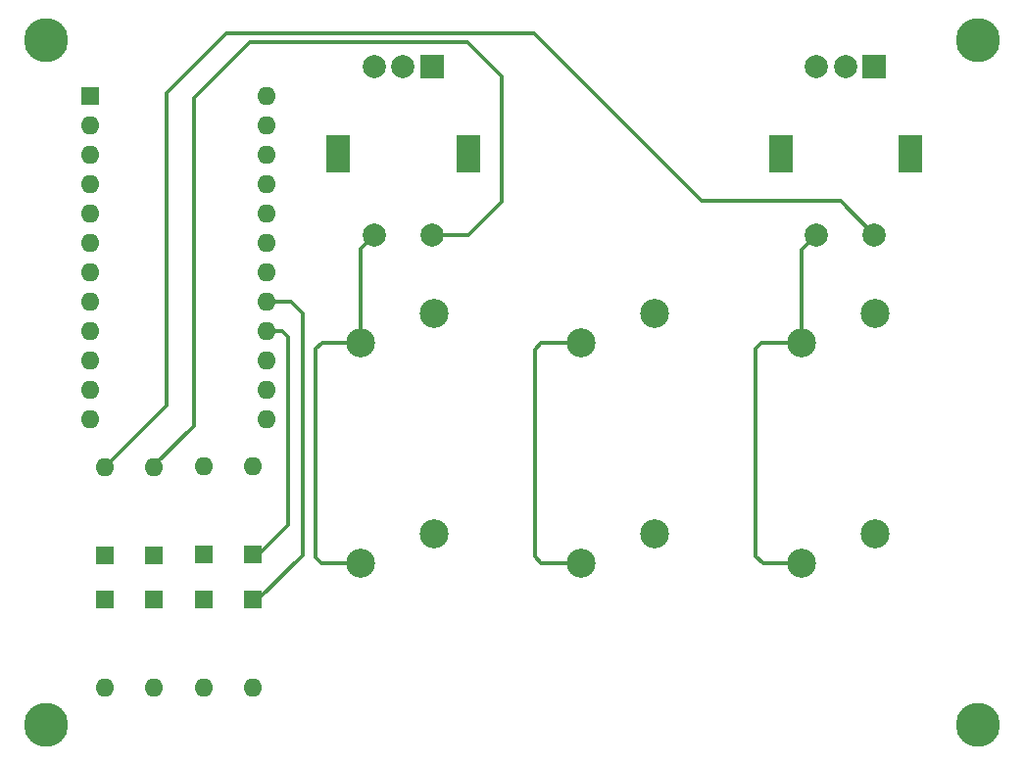
<source format=gbr>
%TF.GenerationSoftware,KiCad,Pcbnew,6.0.11-2627ca5db0~126~ubuntu22.04.1*%
%TF.CreationDate,2023-02-27T14:07:39+07:00*%
%TF.ProjectId,macro,6d616372-6f2e-46b6-9963-61645f706362,rev?*%
%TF.SameCoordinates,Original*%
%TF.FileFunction,Copper,L1,Top*%
%TF.FilePolarity,Positive*%
%FSLAX46Y46*%
G04 Gerber Fmt 4.6, Leading zero omitted, Abs format (unit mm)*
G04 Created by KiCad (PCBNEW 6.0.11-2627ca5db0~126~ubuntu22.04.1) date 2023-02-27 14:07:39*
%MOMM*%
%LPD*%
G01*
G04 APERTURE LIST*
%TA.AperFunction,ComponentPad*%
%ADD10C,2.500000*%
%TD*%
%TA.AperFunction,ComponentPad*%
%ADD11R,1.600000X1.600000*%
%TD*%
%TA.AperFunction,ComponentPad*%
%ADD12O,1.600000X1.600000*%
%TD*%
%TA.AperFunction,ComponentPad*%
%ADD13R,2.000000X2.000000*%
%TD*%
%TA.AperFunction,ComponentPad*%
%ADD14C,2.000000*%
%TD*%
%TA.AperFunction,ComponentPad*%
%ADD15R,2.000000X3.200000*%
%TD*%
%TA.AperFunction,ComponentPad*%
%ADD16C,3.800000*%
%TD*%
%TA.AperFunction,Conductor*%
%ADD17C,0.300000*%
%TD*%
G04 APERTURE END LIST*
D10*
%TO.P,K6,1*%
%TO.N,col2*%
X119165000Y-130885000D03*
%TO.P,K6,2*%
%TO.N,Net-(D6-Pad2)*%
X125515000Y-128345000D03*
%TD*%
D11*
%TO.P,D1,1,K*%
%TO.N,row1*%
X67500000Y-130160000D03*
D12*
%TO.P,D1,2,A*%
%TO.N,Net-(D1-Pad2)*%
X67500000Y-122540000D03*
%TD*%
D11*
%TO.P,U1,1,TX*%
%TO.N,unconnected-(U1-Pad1)*%
X57680000Y-90520000D03*
D12*
%TO.P,U1,2,RX*%
%TO.N,unconnected-(U1-Pad2)*%
X57680000Y-93060000D03*
%TO.P,U1,3,GND*%
%TO.N,GND*%
X57680000Y-95600000D03*
%TO.P,U1,4,GND*%
X57680000Y-98140000D03*
%TO.P,U1,5,SDA*%
%TO.N,ENC2A*%
X57680000Y-100680000D03*
%TO.P,U1,6,SCL*%
%TO.N,ENC2B*%
X57680000Y-103220000D03*
%TO.P,U1,7,D4*%
%TO.N,ENC1A*%
X57680000Y-105760000D03*
%TO.P,U1,8,C6*%
%TO.N,ENC1B*%
X57680000Y-108300000D03*
%TO.P,U1,9,D7*%
%TO.N,unconnected-(U1-Pad9)*%
X57680000Y-110840000D03*
%TO.P,U1,10,E6*%
%TO.N,unconnected-(U1-Pad10)*%
X57680000Y-113380000D03*
%TO.P,U1,11,B4*%
%TO.N,unconnected-(U1-Pad11)*%
X57680000Y-115920000D03*
%TO.P,U1,12,B5*%
%TO.N,unconnected-(U1-Pad12)*%
X57680000Y-118460000D03*
%TO.P,U1,13,B6*%
%TO.N,unconnected-(U1-Pad13)*%
X72920000Y-118460000D03*
%TO.P,U1,14,B2*%
%TO.N,unconnected-(U1-Pad14)*%
X72920000Y-115920000D03*
%TO.P,U1,15,B3*%
%TO.N,row0*%
X72920000Y-113380000D03*
%TO.P,U1,16,B1*%
%TO.N,row1*%
X72920000Y-110840000D03*
%TO.P,U1,17,F7*%
%TO.N,row2*%
X72920000Y-108300000D03*
%TO.P,U1,18,F6*%
%TO.N,col0*%
X72920000Y-105760000D03*
%TO.P,U1,19,F5*%
%TO.N,col1*%
X72920000Y-103220000D03*
%TO.P,U1,20,F4*%
%TO.N,col2*%
X72920000Y-100680000D03*
%TO.P,U1,21,VCC*%
%TO.N,unconnected-(U1-Pad21)*%
X72920000Y-98140000D03*
%TO.P,U1,22,RST*%
%TO.N,Net-(U1-Pad22)*%
X72920000Y-95600000D03*
%TO.P,U1,23,GND*%
%TO.N,GND*%
X72920000Y-93060000D03*
%TO.P,U1,24,RAW*%
%TO.N,unconnected-(U1-Pad24)*%
X72920000Y-90520000D03*
%TD*%
D11*
%TO.P,D5,1,K*%
%TO.N,row2*%
X67500000Y-134025000D03*
D12*
%TO.P,D5,2,A*%
%TO.N,Net-(D5-Pad2)*%
X67500000Y-141645000D03*
%TD*%
D13*
%TO.P,RE2,A,A*%
%TO.N,ENC2A*%
X125480000Y-88000000D03*
D14*
%TO.P,RE2,B,B*%
%TO.N,ENC2B*%
X120480000Y-88000000D03*
%TO.P,RE2,C,C*%
%TO.N,GND*%
X122980000Y-88000000D03*
D15*
%TO.P,RE2,MP*%
%TO.N,N/C*%
X128580000Y-95500000D03*
X117380000Y-95500000D03*
D14*
%TO.P,RE2,S1,S1*%
%TO.N,col2*%
X120480000Y-102500000D03*
%TO.P,RE2,S2,S2*%
%TO.N,Net-(D_re2-Pad2)*%
X125480000Y-102500000D03*
%TD*%
D10*
%TO.P,K1,1*%
%TO.N,col0*%
X81065000Y-111835000D03*
%TO.P,K1,2*%
%TO.N,Net-(D1-Pad2)*%
X87415000Y-109295000D03*
%TD*%
%TO.P,K2,1*%
%TO.N,col1*%
X100115000Y-111835000D03*
%TO.P,K2,2*%
%TO.N,Net-(D2-Pad2)*%
X106465000Y-109295000D03*
%TD*%
%TO.P,K3,1*%
%TO.N,col2*%
X119165000Y-111835000D03*
%TO.P,K3,2*%
%TO.N,Net-(D3-Pad2)*%
X125515000Y-109295000D03*
%TD*%
D11*
%TO.P,D3,1,K*%
%TO.N,row1*%
X58975000Y-134050000D03*
D12*
%TO.P,D3,2,A*%
%TO.N,Net-(D3-Pad2)*%
X58975000Y-141670000D03*
%TD*%
D10*
%TO.P,K5,1*%
%TO.N,col1*%
X100115000Y-130885000D03*
%TO.P,K5,2*%
%TO.N,Net-(D5-Pad2)*%
X106465000Y-128345000D03*
%TD*%
D11*
%TO.P,D_re1,1,K*%
%TO.N,row0*%
X63250000Y-130170000D03*
D12*
%TO.P,D_re1,2,A*%
%TO.N,Net-(D_re1-Pad2)*%
X63250000Y-122550000D03*
%TD*%
D11*
%TO.P,D_re2,1,K*%
%TO.N,row0*%
X59000000Y-130185000D03*
D12*
%TO.P,D_re2,2,A*%
%TO.N,Net-(D_re2-Pad2)*%
X59000000Y-122565000D03*
%TD*%
D16*
%TO.P,,1*%
%TO.N,N/C*%
X134400000Y-85650000D03*
%TD*%
%TO.P,REF\u002A\u002A,1*%
%TO.N,N/C*%
X53925000Y-144850000D03*
%TD*%
%TO.P,REF\u002A\u002A,1*%
%TO.N,N/C*%
X53925000Y-85650000D03*
%TD*%
D11*
%TO.P,D4,1,K*%
%TO.N,row2*%
X71750000Y-134040000D03*
D12*
%TO.P,D4,2,A*%
%TO.N,Net-(D4-Pad2)*%
X71750000Y-141660000D03*
%TD*%
D11*
%TO.P,D6,1,K*%
%TO.N,row2*%
X63250000Y-134025000D03*
D12*
%TO.P,D6,2,A*%
%TO.N,Net-(D6-Pad2)*%
X63250000Y-141645000D03*
%TD*%
D10*
%TO.P,K4,1*%
%TO.N,col0*%
X81065000Y-130885000D03*
%TO.P,K4,2*%
%TO.N,Net-(D4-Pad2)*%
X87415000Y-128345000D03*
%TD*%
D11*
%TO.P,D2,1,K*%
%TO.N,row1*%
X71750000Y-130160000D03*
D12*
%TO.P,D2,2,A*%
%TO.N,Net-(D2-Pad2)*%
X71750000Y-122540000D03*
%TD*%
D16*
%TO.P,REF\u002A\u002A,1*%
%TO.N,N/C*%
X134400000Y-144850000D03*
%TD*%
D13*
%TO.P,RE1,A,A*%
%TO.N,ENC1A*%
X87250000Y-88000000D03*
D14*
%TO.P,RE1,B,B*%
%TO.N,ENC1B*%
X82250000Y-88000000D03*
%TO.P,RE1,C,C*%
%TO.N,GND*%
X84750000Y-88000000D03*
D15*
%TO.P,RE1,MP*%
%TO.N,N/C*%
X79150000Y-95500000D03*
X90350000Y-95500000D03*
D14*
%TO.P,RE1,S1,S1*%
%TO.N,col0*%
X82250000Y-102500000D03*
%TO.P,RE1,S2,S2*%
%TO.N,Net-(D_re1-Pad2)*%
X87250000Y-102500000D03*
%TD*%
D17*
%TO.N,row1*%
X71750000Y-130160000D02*
X72240000Y-130160000D01*
X72240000Y-130160000D02*
X74825000Y-127575000D01*
X74825000Y-111350000D02*
X74315000Y-110840000D01*
X74825000Y-127575000D02*
X74825000Y-111350000D01*
X74315000Y-110840000D02*
X72920000Y-110840000D01*
%TO.N,row2*%
X75025000Y-108300000D02*
X72920000Y-108300000D01*
X76050000Y-109325000D02*
X75025000Y-108300000D01*
X72180000Y-134040000D02*
X76050000Y-130170000D01*
X76050000Y-130170000D02*
X76050000Y-109325000D01*
%TO.N,Net-(D_re1-Pad2)*%
X93250000Y-99670000D02*
X90420000Y-102500000D01*
X90420000Y-102500000D02*
X87930000Y-102500000D01*
X93250000Y-88830000D02*
X93250000Y-99670000D01*
X63250000Y-122430000D02*
X66650000Y-119030000D01*
X66650000Y-90700000D02*
X71470000Y-85880000D01*
X71470000Y-85880000D02*
X90300000Y-85880000D01*
X90300000Y-85880000D02*
X93250000Y-88830000D01*
X66650000Y-119030000D02*
X66650000Y-90700000D01*
%TO.N,Net-(D_re2-Pad2)*%
X59000000Y-122565000D02*
X64275000Y-117290000D01*
X110570000Y-99590000D02*
X122570000Y-99590000D01*
X96030000Y-85050000D02*
X110570000Y-99590000D01*
X69510000Y-85050000D02*
X96030000Y-85050000D01*
X64275000Y-90285000D02*
X69510000Y-85050000D01*
X64275000Y-117290000D02*
X64275000Y-90285000D01*
X122570000Y-99590000D02*
X125480000Y-102500000D01*
%TO.N,col0*%
X82250000Y-102500000D02*
X81065000Y-103685000D01*
X81065000Y-103685000D02*
X81065000Y-111835000D01*
X77675000Y-130885000D02*
X81065000Y-130885000D01*
X77745000Y-111835000D02*
X77200000Y-112380000D01*
X77200000Y-112380000D02*
X77200000Y-130410000D01*
X81065000Y-111835000D02*
X77745000Y-111835000D01*
X77200000Y-130410000D02*
X77675000Y-130885000D01*
%TO.N,col1*%
X96690000Y-111835000D02*
X96125000Y-112400000D01*
X96125000Y-112400000D02*
X96125000Y-130325000D01*
X96125000Y-130325000D02*
X96685000Y-130885000D01*
X96685000Y-130885000D02*
X100115000Y-130885000D01*
X100115000Y-111835000D02*
X96690000Y-111835000D01*
%TO.N,col2*%
X115200000Y-112370000D02*
X115200000Y-130250000D01*
X115200000Y-130250000D02*
X115835000Y-130885000D01*
X119165000Y-111835000D02*
X115735000Y-111835000D01*
X120227588Y-102752412D02*
X119165000Y-103815000D01*
X115735000Y-111835000D02*
X115200000Y-112370000D01*
X115835000Y-130885000D02*
X119165000Y-130885000D01*
X119165000Y-103815000D02*
X119165000Y-111835000D01*
%TD*%
M02*

</source>
